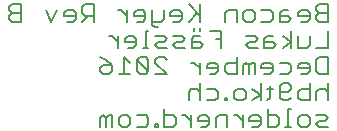
<source format=gbo>
G75*
%MOIN*%
%OFA0B0*%
%FSLAX25Y25*%
%IPPOS*%
%LPD*%
%AMOC8*
5,1,8,0,0,1.08239X$1,22.5*
%
%ADD10C,0.00800*%
D10*
X0093223Y0118356D02*
X0093223Y0121258D01*
X0094190Y0122226D01*
X0095158Y0121258D01*
X0095158Y0118356D01*
X0097093Y0118356D02*
X0097093Y0122226D01*
X0096125Y0122226D01*
X0095158Y0121258D01*
X0099300Y0121258D02*
X0099300Y0119323D01*
X0100267Y0118356D01*
X0102202Y0118356D01*
X0103170Y0119323D01*
X0103170Y0121258D01*
X0102202Y0122226D01*
X0100267Y0122226D01*
X0099300Y0121258D01*
X0105377Y0122226D02*
X0108280Y0122226D01*
X0109247Y0121258D01*
X0109247Y0119323D01*
X0108280Y0118356D01*
X0105377Y0118356D01*
X0111318Y0118356D02*
X0112286Y0118356D01*
X0112286Y0119323D01*
X0111318Y0119323D01*
X0111318Y0118356D01*
X0114493Y0118356D02*
X0117395Y0118356D01*
X0118363Y0119323D01*
X0118363Y0121258D01*
X0117395Y0122226D01*
X0114493Y0122226D01*
X0114493Y0124161D02*
X0114493Y0118356D01*
X0120525Y0122226D02*
X0121492Y0122226D01*
X0123427Y0120291D01*
X0123427Y0118356D02*
X0123427Y0122226D01*
X0125634Y0121258D02*
X0125634Y0120291D01*
X0129504Y0120291D01*
X0129504Y0121258D02*
X0128537Y0122226D01*
X0126602Y0122226D01*
X0125634Y0121258D01*
X0126602Y0118356D02*
X0128537Y0118356D01*
X0129504Y0119323D01*
X0129504Y0121258D01*
X0131712Y0121258D02*
X0131712Y0118356D01*
X0131712Y0121258D02*
X0132679Y0122226D01*
X0135582Y0122226D01*
X0135582Y0118356D01*
X0137743Y0122226D02*
X0138711Y0122226D01*
X0140646Y0120291D01*
X0140646Y0118356D02*
X0140646Y0122226D01*
X0142853Y0121258D02*
X0142853Y0120291D01*
X0146723Y0120291D01*
X0146723Y0121258D02*
X0145756Y0122226D01*
X0143821Y0122226D01*
X0142853Y0121258D01*
X0143821Y0118356D02*
X0145756Y0118356D01*
X0146723Y0119323D01*
X0146723Y0121258D01*
X0148930Y0122226D02*
X0151833Y0122226D01*
X0152800Y0121258D01*
X0152800Y0119323D01*
X0151833Y0118356D01*
X0148930Y0118356D01*
X0148930Y0124161D01*
X0148840Y0127106D02*
X0149807Y0128073D01*
X0149807Y0131943D01*
X0148840Y0130976D02*
X0150775Y0130976D01*
X0152982Y0131943D02*
X0152982Y0128073D01*
X0153949Y0127106D01*
X0155884Y0127106D01*
X0156852Y0128073D01*
X0155884Y0130008D02*
X0152982Y0130008D01*
X0152982Y0131943D02*
X0153949Y0132911D01*
X0155884Y0132911D01*
X0156852Y0131943D01*
X0156852Y0130976D01*
X0155884Y0130008D01*
X0159059Y0130008D02*
X0159059Y0128073D01*
X0160027Y0127106D01*
X0162929Y0127106D01*
X0162929Y0132911D01*
X0162929Y0130976D02*
X0160027Y0130976D01*
X0159059Y0130008D01*
X0160027Y0135856D02*
X0161961Y0135856D01*
X0162929Y0136823D01*
X0162929Y0138758D01*
X0161961Y0139726D01*
X0160027Y0139726D01*
X0159059Y0138758D01*
X0159059Y0137791D01*
X0162929Y0137791D01*
X0165136Y0136823D02*
X0166104Y0135856D01*
X0169006Y0135856D01*
X0169006Y0141661D01*
X0166104Y0141661D01*
X0165136Y0140693D01*
X0165136Y0136823D01*
X0169006Y0132911D02*
X0169006Y0127106D01*
X0169006Y0130008D02*
X0168039Y0130976D01*
X0166104Y0130976D01*
X0165136Y0130008D01*
X0165136Y0127106D01*
X0165136Y0122226D02*
X0168039Y0122226D01*
X0169006Y0121258D01*
X0168039Y0120291D01*
X0166104Y0120291D01*
X0165136Y0119323D01*
X0166104Y0118356D01*
X0169006Y0118356D01*
X0162929Y0119323D02*
X0161961Y0118356D01*
X0160027Y0118356D01*
X0159059Y0119323D01*
X0159059Y0121258D01*
X0160027Y0122226D01*
X0161961Y0122226D01*
X0162929Y0121258D01*
X0162929Y0119323D01*
X0156852Y0118356D02*
X0154917Y0118356D01*
X0155884Y0118356D02*
X0155884Y0124161D01*
X0156852Y0124161D01*
X0146723Y0127106D02*
X0146723Y0132911D01*
X0147872Y0135856D02*
X0149807Y0135856D01*
X0150775Y0136823D01*
X0150775Y0138758D01*
X0149807Y0139726D01*
X0147872Y0139726D01*
X0146905Y0138758D01*
X0146905Y0137791D01*
X0150775Y0137791D01*
X0152982Y0139726D02*
X0155884Y0139726D01*
X0156852Y0138758D01*
X0156852Y0136823D01*
X0155884Y0135856D01*
X0152982Y0135856D01*
X0146723Y0129041D02*
X0143821Y0130976D01*
X0141659Y0130008D02*
X0141659Y0128073D01*
X0140691Y0127106D01*
X0138756Y0127106D01*
X0137789Y0128073D01*
X0137789Y0130008D01*
X0138756Y0130976D01*
X0140691Y0130976D01*
X0141659Y0130008D01*
X0143821Y0127106D02*
X0146723Y0129041D01*
X0144697Y0135856D02*
X0144697Y0139726D01*
X0143730Y0139726D01*
X0142762Y0138758D01*
X0141795Y0139726D01*
X0140827Y0138758D01*
X0140827Y0135856D01*
X0142762Y0135856D02*
X0142762Y0138758D01*
X0138620Y0139726D02*
X0135718Y0139726D01*
X0134750Y0138758D01*
X0134750Y0136823D01*
X0135718Y0135856D01*
X0138620Y0135856D01*
X0138620Y0141661D01*
X0141840Y0145573D02*
X0142808Y0146541D01*
X0144743Y0146541D01*
X0145710Y0147508D01*
X0144743Y0148476D01*
X0141840Y0148476D01*
X0141840Y0145573D02*
X0142808Y0144606D01*
X0145710Y0144606D01*
X0147917Y0144606D02*
X0147917Y0147508D01*
X0148885Y0148476D01*
X0150820Y0148476D01*
X0150820Y0146541D02*
X0147917Y0146541D01*
X0147917Y0144606D02*
X0150820Y0144606D01*
X0151787Y0145573D01*
X0150820Y0146541D01*
X0153949Y0148476D02*
X0156852Y0146541D01*
X0153949Y0144606D01*
X0156852Y0144606D02*
X0156852Y0150411D01*
X0159059Y0148476D02*
X0159059Y0144606D01*
X0161961Y0144606D01*
X0162929Y0145573D01*
X0162929Y0148476D01*
X0165136Y0144606D02*
X0169006Y0144606D01*
X0169006Y0150411D01*
X0169006Y0153356D02*
X0166104Y0153356D01*
X0165136Y0154323D01*
X0165136Y0155291D01*
X0166104Y0156258D01*
X0169006Y0156258D01*
X0169006Y0153356D02*
X0169006Y0159161D01*
X0166104Y0159161D01*
X0165136Y0158193D01*
X0165136Y0157226D01*
X0166104Y0156258D01*
X0162929Y0156258D02*
X0162929Y0154323D01*
X0161961Y0153356D01*
X0160027Y0153356D01*
X0159059Y0155291D02*
X0162929Y0155291D01*
X0162929Y0156258D02*
X0161961Y0157226D01*
X0160027Y0157226D01*
X0159059Y0156258D01*
X0159059Y0155291D01*
X0156852Y0154323D02*
X0155884Y0155291D01*
X0152982Y0155291D01*
X0152982Y0156258D02*
X0152982Y0153356D01*
X0155884Y0153356D01*
X0156852Y0154323D01*
X0155884Y0157226D02*
X0153949Y0157226D01*
X0152982Y0156258D01*
X0150775Y0156258D02*
X0150775Y0154323D01*
X0149807Y0153356D01*
X0146905Y0153356D01*
X0144697Y0154323D02*
X0143730Y0153356D01*
X0141795Y0153356D01*
X0140827Y0154323D01*
X0140827Y0156258D01*
X0141795Y0157226D01*
X0143730Y0157226D01*
X0144697Y0156258D01*
X0144697Y0154323D01*
X0146905Y0157226D02*
X0149807Y0157226D01*
X0150775Y0156258D01*
X0138620Y0157226D02*
X0138620Y0153356D01*
X0134750Y0153356D02*
X0134750Y0156258D01*
X0135718Y0157226D01*
X0138620Y0157226D01*
X0133556Y0150411D02*
X0129686Y0150411D01*
X0126511Y0150411D02*
X0126511Y0151378D01*
X0124576Y0151378D02*
X0124576Y0150411D01*
X0124576Y0148476D02*
X0123609Y0147508D01*
X0123609Y0144606D01*
X0126511Y0144606D01*
X0127479Y0145573D01*
X0126511Y0146541D01*
X0123609Y0146541D01*
X0124576Y0148476D02*
X0126511Y0148476D01*
X0126466Y0153356D02*
X0126466Y0159161D01*
X0125498Y0156258D02*
X0122596Y0153356D01*
X0120389Y0154323D02*
X0120389Y0156258D01*
X0119421Y0157226D01*
X0117486Y0157226D01*
X0116519Y0156258D01*
X0116519Y0155291D01*
X0120389Y0155291D01*
X0120389Y0154323D02*
X0119421Y0153356D01*
X0117486Y0153356D01*
X0114311Y0154323D02*
X0113344Y0153356D01*
X0110441Y0153356D01*
X0110441Y0152388D02*
X0111409Y0151421D01*
X0112376Y0151421D01*
X0110441Y0152388D02*
X0110441Y0157226D01*
X0108234Y0156258D02*
X0108234Y0154323D01*
X0107267Y0153356D01*
X0105332Y0153356D01*
X0104364Y0155291D02*
X0108234Y0155291D01*
X0108234Y0156258D02*
X0107267Y0157226D01*
X0105332Y0157226D01*
X0104364Y0156258D01*
X0104364Y0155291D01*
X0102157Y0155291D02*
X0100222Y0157226D01*
X0099255Y0157226D01*
X0102157Y0157226D02*
X0102157Y0153356D01*
X0102293Y0148476D02*
X0101326Y0147508D01*
X0101326Y0146541D01*
X0105196Y0146541D01*
X0105196Y0147508D02*
X0104228Y0148476D01*
X0102293Y0148476D01*
X0105196Y0147508D02*
X0105196Y0145573D01*
X0104228Y0144606D01*
X0102293Y0144606D01*
X0101235Y0141661D02*
X0101235Y0135856D01*
X0103170Y0135856D02*
X0099300Y0135856D01*
X0097093Y0136823D02*
X0096125Y0135856D01*
X0094190Y0135856D01*
X0093223Y0136823D01*
X0093223Y0137791D01*
X0094190Y0138758D01*
X0097093Y0138758D01*
X0097093Y0136823D01*
X0097093Y0138758D02*
X0095158Y0140693D01*
X0093223Y0141661D01*
X0099118Y0144606D02*
X0099118Y0148476D01*
X0097184Y0148476D02*
X0099118Y0146541D01*
X0097184Y0148476D02*
X0096216Y0148476D01*
X0091016Y0153356D02*
X0091016Y0159161D01*
X0088113Y0159161D01*
X0087146Y0158193D01*
X0087146Y0156258D01*
X0088113Y0155291D01*
X0091016Y0155291D01*
X0089081Y0155291D02*
X0087146Y0153356D01*
X0084938Y0154323D02*
X0084938Y0156258D01*
X0083971Y0157226D01*
X0082036Y0157226D01*
X0081068Y0156258D01*
X0081068Y0155291D01*
X0084938Y0155291D01*
X0084938Y0154323D02*
X0083971Y0153356D01*
X0082036Y0153356D01*
X0078861Y0157226D02*
X0076926Y0153356D01*
X0074991Y0157226D01*
X0066707Y0156258D02*
X0063804Y0156258D01*
X0062837Y0155291D01*
X0062837Y0154323D01*
X0063804Y0153356D01*
X0066707Y0153356D01*
X0066707Y0159161D01*
X0063804Y0159161D01*
X0062837Y0158193D01*
X0062837Y0157226D01*
X0063804Y0156258D01*
X0101235Y0141661D02*
X0103170Y0139726D01*
X0105377Y0140693D02*
X0105377Y0136823D01*
X0106345Y0135856D01*
X0108280Y0135856D01*
X0109247Y0136823D01*
X0105377Y0140693D01*
X0106345Y0141661D01*
X0108280Y0141661D01*
X0109247Y0140693D01*
X0109247Y0136823D01*
X0111454Y0135856D02*
X0115324Y0135856D01*
X0111454Y0139726D01*
X0111454Y0140693D01*
X0112422Y0141661D01*
X0114357Y0141661D01*
X0115324Y0140693D01*
X0115324Y0144606D02*
X0112422Y0144606D01*
X0111454Y0145573D01*
X0112422Y0146541D01*
X0114357Y0146541D01*
X0115324Y0147508D01*
X0114357Y0148476D01*
X0111454Y0148476D01*
X0109247Y0150411D02*
X0108280Y0150411D01*
X0108280Y0144606D01*
X0109247Y0144606D02*
X0107312Y0144606D01*
X0117532Y0145573D02*
X0118499Y0146541D01*
X0120434Y0146541D01*
X0121402Y0147508D01*
X0120434Y0148476D01*
X0117532Y0148476D01*
X0117532Y0145573D02*
X0118499Y0144606D01*
X0121402Y0144606D01*
X0123563Y0139726D02*
X0124531Y0139726D01*
X0126466Y0137791D01*
X0126466Y0135856D02*
X0126466Y0139726D01*
X0128673Y0138758D02*
X0128673Y0137791D01*
X0132543Y0137791D01*
X0132543Y0138758D02*
X0132543Y0136823D01*
X0131576Y0135856D01*
X0129641Y0135856D01*
X0126466Y0132911D02*
X0126466Y0127106D01*
X0128673Y0127106D02*
X0131576Y0127106D01*
X0132543Y0128073D01*
X0132543Y0130008D01*
X0131576Y0130976D01*
X0128673Y0130976D01*
X0126466Y0130008D02*
X0125498Y0130976D01*
X0123563Y0130976D01*
X0122596Y0130008D01*
X0122596Y0127106D01*
X0134614Y0127106D02*
X0135582Y0127106D01*
X0135582Y0128073D01*
X0134614Y0128073D01*
X0134614Y0127106D01*
X0132543Y0138758D02*
X0131576Y0139726D01*
X0129641Y0139726D01*
X0128673Y0138758D01*
X0133556Y0144606D02*
X0133556Y0150411D01*
X0133556Y0147508D02*
X0131621Y0147508D01*
X0126466Y0155291D02*
X0122596Y0159161D01*
X0114311Y0157226D02*
X0114311Y0154323D01*
M02*

</source>
